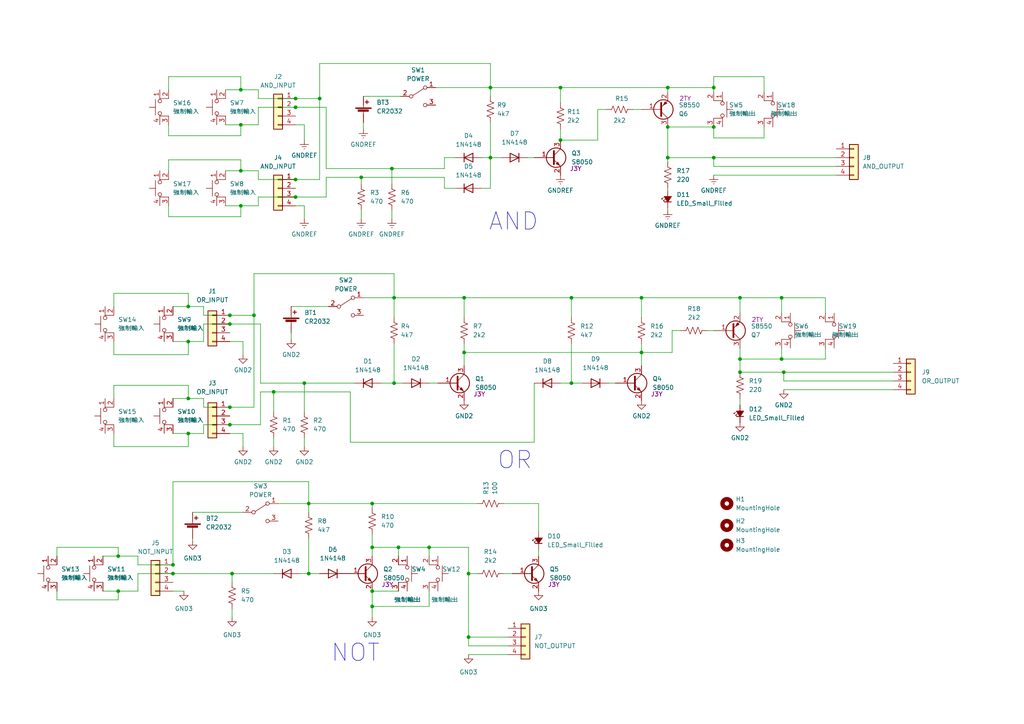
<source format=kicad_sch>
(kicad_sch (version 20211123) (generator eeschema)
  (paper "A4")
  (lib_symbols
    (symbol "Connector_Generic:Conn_01x04" (pin_names (offset 1.016) hide)
      (property "Reference" "J" (at 0 5.08 0))
      (property "Value" "Conn_01x04" (at 0 -7.62 0))
      (symbol "Conn_01x04_1_1"
        (rectangle (start -1.27 -4.953) (end 0 -5.207) (stroke (width 0.1524)))
        (rectangle (start -1.27 -2.413) (end 0 -2.667) (stroke (width 0.1524)))
        (rectangle (start -1.27 0.127) (end 0 -0.127) (stroke (width 0.1524)))
        (rectangle (start -1.27 2.667) (end 0 2.413) (stroke (width 0.1524)))
        (rectangle (start -1.27 3.81) (end 1.27 -6.35) (stroke (width 0.254)) (fill (type background)))
        (pin passive line (at -5.08 2.54 0) (length 3.81) (name "Pin_1") (number "1"))
        (pin passive line (at -5.08 0 0) (length 3.81) (name "Pin_2") (number "2"))
        (pin passive line (at -5.08 -2.54 0) (length 3.81) (name "Pin_3") (number "3"))
        (pin passive line (at -5.08 -5.08 0) (length 3.81) (name "Pin_4") (number "4"))
      )
    )
    (symbol "Device:Battery_Cell" (pin_numbers hide) (pin_names (offset 0) hide)
      (property "Reference" "BT" (at 2.54 2.54 0))
      (property "Value" "Battery_Cell" (at 2.54 0 0))
      (symbol "Battery_Cell_0_1"
        (rectangle (start -2.286 1.778) (end 2.286 1.524) (fill (type outline)))
        (rectangle (start -1.5748 1.1938) (end 1.4732 0.6858) (fill (type outline)))
        (polyline (pts (xy 0 0.762) (xy 0 0)))
        (polyline (pts (xy 0 1.778) (xy 0 2.54)))
        (polyline (pts (xy 0.508 3.429) (xy 1.524 3.429)) (stroke (width 0.254)))
        (polyline (pts (xy 1.016 3.937) (xy 1.016 2.921)) (stroke (width 0.254)))
      )
      (symbol "Battery_Cell_1_1"
        (pin passive line (at 0 5.08 270) (length 2.54) (name "+") (number "1"))
        (pin passive line (at 0 -2.54 90) (length 2.54) (name "-") (number "2"))
      )
    )
    (symbol "Device:LED_Small_Filled" (pin_numbers hide) (pin_names (offset 0.254) hide)
      (property "Reference" "D" (at -1.27 3.175 0))
      (property "Value" "LED_Small_Filled" (at -4.445 -2.54 0))
      (symbol "LED_Small_Filled_0_1"
        (polyline (pts (xy -0.762 -1.016) (xy -0.762 1.016)) (stroke (width 0.254)))
        (polyline (pts (xy 1.016 0) (xy -0.762 0)))
        (polyline (pts (xy 0.762 -1.016) (xy -0.762 0) (xy 0.762 1.016) (xy 0.762 -1.016)) (stroke (width 0.254)) (fill (type outline)))
        (polyline (pts (xy 0 0.762) (xy -0.508 1.27) (xy -0.254 1.27) (xy -0.508 1.27) (xy -0.508 1.016)))
        (polyline (pts (xy 0.508 1.27) (xy 0 1.778) (xy 0.254 1.778) (xy 0 1.778) (xy 0 1.524)))
      )
      (symbol "LED_Small_Filled_1_1"
        (pin passive line (at -2.54 0 0) (length 1.778) (name "K") (number "1"))
        (pin passive line (at 2.54 0 180) (length 1.778) (name "A") (number "2"))
      )
    )
    (symbol "Device:Q_NPN_BEC" (pin_names (offset 0) hide)
      (property "Reference" "Q" (at 5.08 1.27 0))
      (property "Value" "Q_NPN_BEC" (at 5.08 -1.27 0))
      (symbol "Q_NPN_BEC_0_1"
        (polyline (pts (xy 0.635 0.635) (xy 2.54 2.54)))
        (polyline (pts (xy 0.635 -0.635) (xy 2.54 -2.54) (xy 2.54 -2.54)))
        (polyline (pts (xy 0.635 1.905) (xy 0.635 -1.905) (xy 0.635 -1.905)) (stroke (width 0.508)))
        (polyline (pts (xy 1.27 -1.778) (xy 1.778 -1.27) (xy 2.286 -2.286) (xy 1.27 -1.778) (xy 1.27 -1.778)) (fill (type outline)))
        (circle (center 1.27 0) (radius 2.8194) (stroke (width 0.254)))
      )
      (symbol "Q_NPN_BEC_1_1"
        (pin input line (at -5.08 0 0) (length 5.715) (name "B") (number "1"))
        (pin passive line (at 2.54 -5.08 90) (length 2.54) (name "E") (number "2"))
        (pin passive line (at 2.54 5.08 270) (length 2.54) (name "C") (number "3"))
      )
    )
    (symbol "Device:Q_PNP_BEC" (pin_names (offset 0) hide)
      (property "Reference" "Q" (at 5.08 1.27 0))
      (property "Value" "Q_PNP_BEC" (at 5.08 -1.27 0))
      (symbol "Q_PNP_BEC_0_1"
        (polyline (pts (xy 0.635 0.635) (xy 2.54 2.54)))
        (polyline (pts (xy 0.635 -0.635) (xy 2.54 -2.54) (xy 2.54 -2.54)))
        (polyline (pts (xy 0.635 1.905) (xy 0.635 -1.905) (xy 0.635 -1.905)) (stroke (width 0.508)))
        (polyline (pts (xy 2.286 -1.778) (xy 1.778 -2.286) (xy 1.27 -1.27) (xy 2.286 -1.778) (xy 2.286 -1.778)) (fill (type outline)))
        (circle (center 1.27 0) (radius 2.8194) (stroke (width 0.254)))
      )
      (symbol "Q_PNP_BEC_1_1"
        (pin input line (at -5.08 0 0) (length 5.715) (name "B") (number "1"))
        (pin passive line (at 2.54 -5.08 90) (length 2.54) (name "E") (number "2"))
        (pin passive line (at 2.54 5.08 270) (length 2.54) (name "C") (number "3"))
      )
    )
    (symbol "Device:R_US" (pin_numbers hide) (pin_names (offset 0))
      (property "Reference" "R" (at 2.54 0 90))
      (property "Value" "R_US" (at -2.54 0 90))
      (symbol "R_US_0_1"
        (polyline (pts (xy 0 -2.286) (xy 0 -2.54)))
        (polyline (pts (xy 0 2.286) (xy 0 2.54)))
        (polyline (pts (xy 0 -0.762) (xy 1.016 -1.143) (xy 0 -1.524) (xy -1.016 -1.905) (xy 0 -2.286)))
        (polyline (pts (xy 0 0.762) (xy 1.016 0.381) (xy 0 0) (xy -1.016 -0.381) (xy 0 -0.762)))
        (polyline (pts (xy 0 2.286) (xy 1.016 1.905) (xy 0 1.524) (xy -1.016 1.143) (xy 0 0.762)))
      )
      (symbol "R_US_1_1"
        (pin passive line (at 0 3.81 270) (length 1.27) (name "~") (number "1"))
        (pin passive line (at 0 -3.81 90) (length 1.27) (name "~") (number "2"))
      )
    )
    (symbol "Diode:1N4148" (pin_numbers hide) (pin_names (offset 1.016) hide)
      (property "Reference" "D" (at 0 2.54 0))
      (property "Value" "1N4148" (at 0 -2.54 0))
      (symbol "1N4148_0_1"
        (polyline (pts (xy -1.27 1.27) (xy -1.27 -1.27)) (stroke (width 0.254)))
        (polyline (pts (xy 1.27 0) (xy -1.27 0)))
        (polyline (pts (xy 1.27 1.27) (xy 1.27 -1.27) (xy -1.27 0) (xy 1.27 1.27)) (stroke (width 0.254)))
      )
      (symbol "1N4148_1_1"
        (pin passive line (at -3.81 0 0) (length 2.54) (name "K") (number "1"))
        (pin passive line (at 3.81 0 180) (length 2.54) (name "A") (number "2"))
      )
    )
    (symbol "Mechanical:MountingHole" (pin_names (offset 1.016))
      (property "Reference" "H" (at 0 5.08 0))
      (property "Value" "MountingHole" (at 0 3.175 0))
      (symbol "MountingHole_0_1"
        (circle (center 0 0) (radius 1.27) (stroke (width 1.27)))
      )
    )
    (symbol "Switch:SW_MEC_5E" (pin_names (offset 1.016) hide)
      (property "Reference" "SW" (at 0.635 5.715 0))
      (property "Value" "SW_MEC_5E" (at 0 -3.175 0))
      (symbol "SW_MEC_5E_0_1"
        (circle (center -1.778 2.54) (radius 0.508))
        (polyline (pts (xy -2.286 3.81) (xy 2.286 3.81)))
        (polyline (pts (xy 0 3.81) (xy 0 5.588)))
        (polyline (pts (xy -2.54 0) (xy -2.54 2.54) (xy -2.286 2.54)))
        (polyline (pts (xy 2.54 0) (xy 2.54 2.54) (xy 2.286 2.54)))
        (circle (center 1.778 2.54) (radius 0.508))
        (pin passive line (at -5.08 2.54 0) (length 2.54) (name "1") (number "1"))
        (pin passive line (at -5.08 0 0) (length 2.54) (name "2") (number "2"))
        (pin passive line (at 5.08 0 180) (length 2.54) (name "K") (number "3"))
        (pin passive line (at 5.08 2.54 180) (length 2.54) (name "A") (number "4"))
      )
    )
    (symbol "Switch:SW_SPDT" (pin_names (offset 0) hide)
      (property "Reference" "SW" (at 0 4.318 0))
      (property "Value" "SW_SPDT" (at 0 -5.08 0))
      (symbol "SW_SPDT_0_0"
        (circle (center -2.032 0) (radius 0.508))
        (circle (center 2.032 -2.54) (radius 0.508))
      )
      (symbol "SW_SPDT_0_1"
        (polyline (pts (xy -1.524 0.254) (xy 1.651 2.286)))
        (circle (center 2.032 2.54) (radius 0.508))
      )
      (symbol "SW_SPDT_1_1"
        (pin passive line (at 5.08 2.54 180) (length 2.54) (name "A") (number "1"))
        (pin passive line (at -5.08 0 0) (length 2.54) (name "B") (number "2"))
        (pin passive line (at 5.08 -2.54 180) (length 2.54) (name "C") (number "3"))
      )
    )
    (symbol "power:GND2" (power) (pin_names (offset 0))
      (property "Value" "GND2" (at 0 -3.81 0))
      (symbol "GND2_0_1"
        (polyline (pts (xy 0 0) (xy 0 -1.27) (xy 1.27 -1.27) (xy 0 -2.54) (xy -1.27 -1.27) (xy 0 -1.27)))
      )
      (symbol "GND2_1_1"
        (pin power_in line (at 0 0 270) (length 0) hide (name "GND2") (number "1"))
      )
    )
    (symbol "power:GND3" (power) (pin_names (offset 0))
      (property "Value" "GND3" (at 0 -3.81 0))
      (symbol "GND3_0_1"
        (polyline (pts (xy 0 0) (xy 0 -1.27) (xy 1.27 -1.27) (xy 0 -2.54) (xy -1.27 -1.27) (xy 0 -1.27)))
      )
      (symbol "GND3_1_1"
        (pin power_in line (at 0 0 270) (length 0) hide (name "GND3") (number "1"))
      )
    )
    (symbol "power:GNDREF" (power) (pin_names (offset 0))
      (property "Value" "GNDREF" (at 0 -3.81 0))
      (symbol "GNDREF_0_1"
        (polyline (pts (xy -0.635 -1.905) (xy 0.635 -1.905)))
        (polyline (pts (xy -0.127 -2.54) (xy 0.127 -2.54)))
        (polyline (pts (xy 0 -1.27) (xy 0 0)))
        (polyline (pts (xy 1.27 -1.27) (xy -1.27 -1.27)))
      )
      (symbol "GNDREF_1_1"
        (pin power_in line (at 0 0 270) (length 0) hide (name "GNDREF") (number "1"))
      )
    )
  )
  (junction (at 66.675 118.11))
  (junction (at 69.85 49.53))
  (junction (at 66.675 93.98))
  (junction (at 135.89 166.37))
  (junction (at 114.3 111.125))
  (junction (at 214.63 86.36))
  (junction (at 50.165 166.37))
  (junction (at 165.735 111.125))
  (junction (at 85.725 28.575))
  (junction (at 193.675 45.72))
  (junction (at 207.01 36.83))
  (junction (at 54.61 99.06))
  (junction (at 89.535 146.05))
  (junction (at 50.165 163.83))
  (junction (at 92.71 28.575))
  (junction (at 54.61 115.57))
  (junction (at 73.66 91.44))
  (junction (at 54.61 88.9))
  (junction (at 66.675 91.44))
  (junction (at 226.695 86.36))
  (junction (at 67.31 166.37))
  (junction (at 193.675 36.83))
  (junction (at 115.57 158.75))
  (junction (at 85.725 31.115))
  (junction (at 186.055 102.235))
  (junction (at 186.055 86.36))
  (junction (at 107.95 146.05))
  (junction (at 142.24 45.72))
  (junction (at 135.89 184.785))
  (junction (at 162.56 40.64))
  (junction (at 104.775 51.435))
  (junction (at 165.735 86.36))
  (junction (at 66.675 123.19))
  (junction (at 69.85 59.69))
  (junction (at 85.725 52.07))
  (junction (at 69.85 26.035))
  (junction (at 107.95 175.895))
  (junction (at 85.725 57.15))
  (junction (at 124.46 158.75))
  (junction (at 107.95 171.45))
  (junction (at 226.695 104.14))
  (junction (at 34.29 171.45))
  (junction (at 214.63 104.14))
  (junction (at 162.56 25.4))
  (junction (at 54.61 125.73))
  (junction (at 207.01 25.4))
  (junction (at 89.535 166.37))
  (junction (at 69.85 36.195))
  (junction (at 114.3 86.36))
  (junction (at 113.665 48.895))
  (junction (at 34.29 161.29))
  (junction (at 134.62 102.235))
  (junction (at 88.265 111.125))
  (junction (at 214.63 107.95))
  (junction (at 79.375 113.665))
  (junction (at 193.675 25.4))
  (junction (at 134.62 86.36))
  (junction (at 142.24 25.4))
  (junction (at 107.95 158.75))
  (junction (at 227.33 107.95))
  (junction (at 207.01 45.72))
  (wire (pts (xy 134.62 102.235) (xy 134.62 106.045)))
  (wire (pts (xy 48.895 39.37) (xy 69.85 39.37)))
  (wire (pts (xy 79.375 127) (xy 79.375 129.54)))
  (wire (pts (xy 33.02 85.09) (xy 54.61 85.09)))
  (wire (pts (xy 34.29 173.99) (xy 34.29 171.45)))
  (wire (pts (xy 29.845 161.29) (xy 34.29 161.29)))
  (wire (pts (xy 193.675 36.83) (xy 193.675 45.72)))
  (wire (pts (xy 134.62 102.235) (xy 186.055 102.235)))
  (wire (pts (xy 142.24 35.56) (xy 142.24 45.72)))
  (wire (pts (xy 227.33 107.95) (xy 259.08 107.95)))
  (wire (pts (xy 59.055 125.73) (xy 59.055 123.19)))
  (wire (pts (xy 193.675 36.83) (xy 207.01 36.83)))
  (wire (pts (xy 134.62 86.36) (xy 165.735 86.36)))
  (wire (pts (xy 110.49 111.125) (xy 114.3 111.125)))
  (wire (pts (xy 105.41 86.36) (xy 114.3 86.36)))
  (wire (pts (xy 40.005 163.83) (xy 50.165 163.83)))
  (wire (pts (xy 193.675 26.67) (xy 193.675 25.4)))
  (wire (pts (xy 175.895 31.75) (xy 173.355 31.75)))
  (wire (pts (xy 214.63 107.95) (xy 227.33 107.95)))
  (wire (pts (xy 48.895 46.355) (xy 69.85 46.355)))
  (wire (pts (xy 165.735 111.125) (xy 168.91 111.125)))
  (wire (pts (xy 69.85 39.37) (xy 69.85 36.195)))
  (wire (pts (xy 89.535 139.7) (xy 89.535 146.05)))
  (wire (pts (xy 34.29 158.75) (xy 34.29 161.29)))
  (wire (pts (xy 135.89 189.865) (xy 147.32 189.865)))
  (wire (pts (xy 85.725 31.115) (xy 94.615 31.115)))
  (wire (pts (xy 75.565 113.665) (xy 75.565 123.19)))
  (wire (pts (xy 107.95 171.45) (xy 115.57 171.45)))
  (wire (pts (xy 113.665 48.895) (xy 94.615 48.895)))
  (wire (pts (xy 154.94 128.27) (xy 101.6 128.27)))
  (wire (pts (xy 114.3 86.36) (xy 134.62 86.36)))
  (wire (pts (xy 104.775 60.96) (xy 104.775 63.5)))
  (wire (pts (xy 66.675 118.11) (xy 73.66 118.11)))
  (wire (pts (xy 92.71 18.415) (xy 92.71 28.575)))
  (wire (pts (xy 29.845 171.45) (xy 34.29 171.45)))
  (wire (pts (xy 69.85 22.225) (xy 69.85 26.035)))
  (wire (pts (xy 142.24 54.61) (xy 142.24 45.72)))
  (wire (pts (xy 94.615 48.895) (xy 94.615 31.115)))
  (wire (pts (xy 165.735 99.695) (xy 165.735 111.125)))
  (wire (pts (xy 194.945 102.235) (xy 194.945 95.885)))
  (wire (pts (xy 226.695 100.965) (xy 226.695 104.14)))
  (wire (pts (xy 214.63 107.95) (xy 214.63 104.14)))
  (wire (pts (xy 48.895 49.53) (xy 48.895 46.355)))
  (wire (pts (xy 156.21 146.05) (xy 146.05 146.05)))
  (wire (pts (xy 69.85 36.195) (xy 74.93 36.195)))
  (wire (pts (xy 135.89 158.75) (xy 124.46 158.75)))
  (wire (pts (xy 88.265 63.5) (xy 88.265 59.69)))
  (wire (pts (xy 114.3 99.695) (xy 114.3 111.125)))
  (wire (pts (xy 89.535 146.05) (xy 107.95 146.05)))
  (wire (pts (xy 128.905 51.435) (xy 128.905 54.61)))
  (wire (pts (xy 84.455 88.9) (xy 95.25 88.9)))
  (wire (pts (xy 221.615 22.225) (xy 207.01 22.225)))
  (wire (pts (xy 73.66 91.44) (xy 73.66 79.375)))
  (wire (pts (xy 69.85 46.355) (xy 69.85 49.53)))
  (wire (pts (xy 59.055 99.06) (xy 59.055 93.98)))
  (wire (pts (xy 33.02 102.87) (xy 54.61 102.87)))
  (wire (pts (xy 80.645 146.05) (xy 89.535 146.05)))
  (wire (pts (xy 107.95 179.07) (xy 107.95 175.895)))
  (wire (pts (xy 50.165 139.7) (xy 89.535 139.7)))
  (wire (pts (xy 59.055 118.11) (xy 66.675 118.11)))
  (wire (pts (xy 79.375 113.665) (xy 101.6 113.665)))
  (wire (pts (xy 126.365 25.4) (xy 142.24 25.4)))
  (wire (pts (xy 59.055 123.19) (xy 66.675 123.19)))
  (wire (pts (xy 85.725 57.15) (xy 94.615 57.15)))
  (wire (pts (xy 34.29 171.45) (xy 40.005 171.45)))
  (wire (pts (xy 54.61 102.87) (xy 54.61 99.06)))
  (wire (pts (xy 207.01 25.4) (xy 207.01 26.67)))
  (wire (pts (xy 114.3 79.375) (xy 114.3 86.36)))
  (wire (pts (xy 142.24 45.72) (xy 145.415 45.72)))
  (wire (pts (xy 105.41 37.465) (xy 105.41 35.56)))
  (wire (pts (xy 221.615 26.67) (xy 221.615 22.225)))
  (wire (pts (xy 173.355 31.75) (xy 173.355 40.64)))
  (wire (pts (xy 50.165 125.73) (xy 54.61 125.73)))
  (wire (pts (xy 53.34 171.45) (xy 50.165 171.45)))
  (wire (pts (xy 193.675 25.4) (xy 207.01 25.4)))
  (wire (pts (xy 221.615 40.005) (xy 207.01 40.005)))
  (wire (pts (xy 156.21 159.385) (xy 156.21 161.29)))
  (wire (pts (xy 165.735 86.36) (xy 186.055 86.36)))
  (wire (pts (xy 113.665 60.96) (xy 113.665 63.5)))
  (wire (pts (xy 16.51 161.29) (xy 16.51 158.75)))
  (wire (pts (xy 194.945 102.235) (xy 186.055 102.235)))
  (wire (pts (xy 33.02 125.73) (xy 33.02 129.54)))
  (wire (pts (xy 88.265 127) (xy 88.265 129.54)))
  (wire (pts (xy 186.055 92.075) (xy 186.055 86.36)))
  (wire (pts (xy 50.165 99.06) (xy 54.61 99.06)))
  (wire (pts (xy 73.66 79.375) (xy 114.3 79.375)))
  (wire (pts (xy 142.24 18.415) (xy 92.71 18.415)))
  (wire (pts (xy 85.725 59.69) (xy 88.265 59.69)))
  (wire (pts (xy 156.21 146.05) (xy 156.21 154.305)))
  (wire (pts (xy 48.895 62.865) (xy 69.85 62.865)))
  (wire (pts (xy 85.725 28.575) (xy 92.71 28.575)))
  (wire (pts (xy 239.395 86.36) (xy 226.695 86.36)))
  (wire (pts (xy 162.56 37.465) (xy 162.56 40.64)))
  (wire (pts (xy 54.61 99.06) (xy 59.055 99.06)))
  (wire (pts (xy 66.675 125.73) (xy 70.485 125.73)))
  (wire (pts (xy 69.85 26.035) (xy 74.93 26.035)))
  (wire (pts (xy 113.665 48.895) (xy 113.665 53.34)))
  (wire (pts (xy 142.24 25.4) (xy 142.24 27.94)))
  (wire (pts (xy 107.95 146.05) (xy 138.43 146.05)))
  (wire (pts (xy 101.6 128.27) (xy 101.6 113.665)))
  (wire (pts (xy 207.01 45.72) (xy 242.57 45.72)))
  (wire (pts (xy 66.675 99.06) (xy 70.485 99.06)))
  (wire (pts (xy 114.3 111.125) (xy 116.84 111.125)))
  (wire (pts (xy 94.615 51.435) (xy 104.775 51.435)))
  (wire (pts (xy 186.055 86.36) (xy 214.63 86.36)))
  (wire (pts (xy 147.32 187.325) (xy 135.89 187.325)))
  (wire (pts (xy 85.725 36.195) (xy 88.265 36.195)))
  (wire (pts (xy 50.165 166.37) (xy 67.31 166.37)))
  (wire (pts (xy 105.41 27.94) (xy 116.205 27.94)))
  (wire (pts (xy 142.24 25.4) (xy 142.24 18.415)))
  (wire (pts (xy 59.055 115.57) (xy 59.055 118.11)))
  (wire (pts (xy 205.105 95.885) (xy 207.01 95.885)))
  (wire (pts (xy 193.675 45.72) (xy 193.675 46.99)))
  (wire (pts (xy 165.735 111.125) (xy 162.56 111.125)))
  (wire (pts (xy 89.535 146.05) (xy 89.535 148.59)))
  (wire (pts (xy 107.95 154.94) (xy 107.95 158.75)))
  (wire (pts (xy 173.355 40.64) (xy 162.56 40.64)))
  (wire (pts (xy 75.565 111.125) (xy 75.565 93.98)))
  (wire (pts (xy 48.895 22.225) (xy 69.85 22.225)))
  (wire (pts (xy 75.565 111.125) (xy 88.265 111.125)))
  (wire (pts (xy 40.005 161.29) (xy 40.005 163.83)))
  (wire (pts (xy 54.61 125.73) (xy 59.055 125.73)))
  (wire (pts (xy 221.615 36.83) (xy 221.615 40.005)))
  (wire (pts (xy 75.565 113.665) (xy 79.375 113.665)))
  (wire (pts (xy 214.63 104.14) (xy 214.63 100.965)))
  (wire (pts (xy 89.535 166.37) (xy 86.995 166.37)))
  (wire (pts (xy 154.94 111.125) (xy 154.94 128.27)))
  (wire (pts (xy 89.535 166.37) (xy 92.71 166.37)))
  (wire (pts (xy 70.485 129.54) (xy 70.485 125.73)))
  (wire (pts (xy 54.61 111.76) (xy 54.61 115.57)))
  (wire (pts (xy 65.405 26.035) (xy 69.85 26.035)))
  (wire (pts (xy 124.46 111.125) (xy 127 111.125)))
  (wire (pts (xy 207.01 40.005) (xy 207.01 36.83)))
  (wire (pts (xy 40.005 171.45) (xy 40.005 166.37)))
  (wire (pts (xy 135.89 166.37) (xy 135.89 184.785)))
  (wire (pts (xy 69.85 62.865) (xy 69.85 59.69)))
  (wire (pts (xy 193.675 60.325) (xy 193.675 60.96)))
  (wire (pts (xy 227.33 110.49) (xy 227.33 107.95)))
  (wire (pts (xy 115.57 158.75) (xy 107.95 158.75)))
  (wire (pts (xy 16.51 171.45) (xy 16.51 173.99)))
  (wire (pts (xy 65.405 49.53) (xy 69.85 49.53)))
  (wire (pts (xy 92.71 52.07) (xy 92.71 28.575)))
  (wire (pts (xy 193.675 25.4) (xy 162.56 25.4)))
  (wire (pts (xy 75.565 123.19) (xy 66.675 123.19)))
  (wire (pts (xy 226.695 104.14) (xy 214.63 104.14)))
  (wire (pts (xy 66.675 91.44) (xy 73.66 91.44)))
  (wire (pts (xy 59.055 93.98) (xy 66.675 93.98)))
  (wire (pts (xy 115.57 158.75) (xy 115.57 161.29)))
  (wire (pts (xy 59.055 88.9) (xy 59.055 91.44)))
  (wire (pts (xy 186.055 102.235) (xy 186.055 106.045)))
  (wire (pts (xy 124.46 175.895) (xy 107.95 175.895)))
  (wire (pts (xy 88.265 111.125) (xy 88.265 119.38)))
  (wire (pts (xy 194.945 95.885) (xy 197.485 95.885)))
  (wire (pts (xy 69.85 49.53) (xy 74.93 49.53)))
  (wire (pts (xy 128.905 54.61) (xy 132.08 54.61)))
  (wire (pts (xy 74.93 57.15) (xy 85.725 57.15)))
  (wire (pts (xy 107.95 158.75) (xy 107.95 161.29)))
  (wire (pts (xy 135.89 184.785) (xy 147.32 184.785)))
  (wire (pts (xy 139.7 54.61) (xy 142.24 54.61)))
  (wire (pts (xy 207.01 50.8) (xy 242.57 50.8)))
  (wire (pts (xy 59.055 91.44) (xy 66.675 91.44)))
  (wire (pts (xy 48.895 59.69) (xy 48.895 62.865)))
  (wire (pts (xy 162.56 25.4) (xy 162.56 29.845)))
  (wire (pts (xy 33.02 111.76) (xy 54.61 111.76)))
  (wire (pts (xy 67.31 176.53) (xy 67.31 179.07)))
  (wire (pts (xy 186.055 99.695) (xy 186.055 102.235)))
  (wire (pts (xy 142.24 25.4) (xy 162.56 25.4)))
  (wire (pts (xy 176.53 111.125) (xy 178.435 111.125)))
  (wire (pts (xy 33.02 115.57) (xy 33.02 111.76)))
  (wire (pts (xy 74.93 28.575) (xy 85.725 28.575)))
  (wire (pts (xy 134.62 86.36) (xy 134.62 92.075)))
  (wire (pts (xy 88.265 111.125) (xy 102.87 111.125)))
  (wire (pts (xy 242.57 48.26) (xy 207.01 48.26)))
  (wire (pts (xy 69.85 59.69) (xy 74.93 59.69)))
  (wire (pts (xy 50.165 88.9) (xy 54.61 88.9)))
  (wire (pts (xy 259.08 110.49) (xy 227.33 110.49)))
  (wire (pts (xy 75.565 93.98) (xy 66.675 93.98)))
  (wire (pts (xy 40.005 166.37) (xy 50.165 166.37)))
  (wire (pts (xy 48.895 26.035) (xy 48.895 22.225)))
  (wire (pts (xy 88.265 36.195) (xy 88.265 40.64)))
  (wire (pts (xy 33.02 99.06) (xy 33.02 102.87)))
  (wire (pts (xy 226.695 90.805) (xy 226.695 86.36)))
  (wire (pts (xy 48.895 36.195) (xy 48.895 39.37)))
  (wire (pts (xy 85.725 52.07) (xy 92.71 52.07)))
  (wire (pts (xy 104.775 51.435) (xy 104.775 53.34)))
  (wire (pts (xy 54.61 115.57) (xy 59.055 115.57)))
  (wire (pts (xy 124.46 171.45) (xy 124.46 175.895)))
  (wire (pts (xy 33.02 129.54) (xy 54.61 129.54)))
  (wire (pts (xy 50.165 115.57) (xy 54.61 115.57)))
  (wire (pts (xy 73.66 118.11) (xy 73.66 91.44)))
  (wire (pts (xy 128.905 45.72) (xy 128.905 48.895)))
  (wire (pts (xy 239.395 104.14) (xy 226.695 104.14)))
  (wire (pts (xy 54.61 88.9) (xy 59.055 88.9)))
  (wire (pts (xy 55.88 156.845) (xy 55.88 156.21)))
  (wire (pts (xy 165.735 86.36) (xy 165.735 92.075)))
  (wire (pts (xy 138.43 166.37) (xy 135.89 166.37)))
  (wire (pts (xy 74.93 26.035) (xy 74.93 28.575)))
  (wire (pts (xy 16.51 173.99) (xy 34.29 173.99)))
  (wire (pts (xy 94.615 51.435) (xy 94.615 57.15)))
  (wire (pts (xy 259.08 113.03) (xy 227.33 113.03)))
  (wire (pts (xy 16.51 158.75) (xy 34.29 158.75)))
  (wire (pts (xy 74.93 36.195) (xy 74.93 31.115)))
  (wire (pts (xy 135.89 187.325) (xy 135.89 184.785)))
  (wire (pts (xy 226.695 86.36) (xy 214.63 86.36)))
  (wire (pts (xy 65.405 36.195) (xy 69.85 36.195)))
  (wire (pts (xy 74.93 59.69) (xy 74.93 57.15)))
  (wire (pts (xy 239.395 90.805) (xy 239.395 86.36)))
  (wire (pts (xy 107.95 175.895) (xy 107.95 171.45)))
  (wire (pts (xy 207.01 48.26) (xy 207.01 45.72)))
  (wire (pts (xy 207.01 22.225) (xy 207.01 25.4)))
  (wire (pts (xy 54.61 85.09) (xy 54.61 88.9)))
  (wire (pts (xy 193.675 45.72) (xy 207.01 45.72)))
  (wire (pts (xy 67.31 168.91) (xy 67.31 166.37)))
  (wire (pts (xy 50.165 163.83) (xy 50.165 139.7)))
  (wire (pts (xy 124.46 158.75) (xy 124.46 161.29)))
  (wire (pts (xy 34.29 161.29) (xy 40.005 161.29)))
  (wire (pts (xy 239.395 100.965) (xy 239.395 104.14)))
  (wire (pts (xy 33.02 88.9) (xy 33.02 85.09)))
  (wire (pts (xy 124.46 158.75) (xy 115.57 158.75)))
  (wire (pts (xy 70.485 102.87) (xy 70.485 99.06)))
  (wire (pts (xy 135.89 166.37) (xy 135.89 158.75)))
  (wire (pts (xy 132.08 45.72) (xy 128.905 45.72)))
  (wire (pts (xy 79.375 113.665) (xy 79.375 119.38)))
  (wire (pts (xy 142.24 45.72) (xy 139.7 45.72)))
  (wire (pts (xy 114.3 86.36) (xy 114.3 92.075)))
  (wire (pts (xy 107.95 147.32) (xy 107.95 146.05)))
  (wire (pts (xy 146.05 166.37) (xy 148.59 166.37)))
  (wire (pts (xy 74.93 31.115) (xy 85.725 31.115)))
  (wire (pts (xy 193.675 54.61) (xy 193.675 55.245)))
  (wire (pts (xy 54.61 129.54) (xy 54.61 125.73)))
  (wire (pts (xy 89.535 156.21) (xy 89.535 166.37)))
  (wire (pts (xy 74.93 49.53) (xy 74.93 52.07)))
  (wire (pts (xy 183.515 31.75) (xy 186.055 31.75)))
  (wire (pts (xy 153.035 45.72) (xy 154.94 45.72)))
  (wire (pts (xy 104.775 51.435) (xy 128.905 51.435)))
  (wire (pts (xy 55.88 148.59) (xy 70.485 148.59)))
  (wire (pts (xy 65.405 59.69) (xy 69.85 59.69)))
  (wire (pts (xy 214.63 86.36) (xy 214.63 90.805)))
  (wire (pts (xy 84.455 98.425) (xy 84.455 96.52)))
  (wire (pts (xy 67.31 166.37) (xy 79.375 166.37)))
  (wire (pts (xy 128.905 48.895) (xy 113.665 48.895)))
  (wire (pts (xy 214.63 115.57) (xy 214.63 117.475)))
  (wire (pts (xy 134.62 99.695) (xy 134.62 102.235)))
  (wire (pts (xy 74.93 52.07) (xy 85.725 52.07)))
  (text "OR" (at 144.145 136.525 0) (effects (font (size 5 5)) (justify left bottom)))
  (text "NOT" (at 95.885 192.405 0) (effects (font (size 5 5)) (justify left bottom)))
  (text "AND" (at 141.605 67.31 0) (effects (font (size 5 5)) (justify left bottom)))
  (symbol (lib_id "power:GND3") (at 67.31 179.07 0) (unit 1)
    (property "Reference" "#PWR0103" (effects hide))
    (property "Value" "GND3" (at 67.31 184.15 0))
  )
  (symbol (lib_id "Diode:1N4148") (at 106.68 111.125 0) (unit 1)
    (property "Reference" "D1" (at 106.68 104.775 0))
    (property "Value" "1N4148" (at 106.68 107.315 0))
    (property "Footprint" "Diode_SMD:D_1210_3225Metric_Pad1.42x2.65mm_HandSolder" (effects hide))
    (property "Datasheet" "https://assets.nexperia.com/documents/data-sheet/1N4148_1N4448.pdf" (effects hide))
  )
  (symbol (lib_id "Switch:SW_MEC_5E") (at 29.845 166.37 90) (mirror x) (unit 1)
    (property "Reference" "SW11" (at 31.115 165.0999 90) (effects (justify right)))
    (property "Value" "強制輸入" (at 31.115 167.6399 90) (effects (justify right)))
    (property "Footprint" "library:skrp" (effects hide))
    (property "Datasheet" "http://www.apem.com/int/index.php?controller=attachment&id_attachment=1371" (effects hide))
  )
  (symbol (lib_id "Switch:SW_SPDT") (at 100.33 88.9 0) (unit 1)
    (property "Reference" "SW2" (at 100.33 81.28 0))
    (property "Value" "POWER" (at 100.33 83.82 0))
    (property "Footprint" "library:MK12C02" (effects hide))
  )
  (symbol (lib_id "Connector_Generic:Conn_01x04") (at 61.595 120.65 0) (mirror y) (unit 1)
    (property "Reference" "J3" (at 61.595 111.125 0))
    (property "Value" "OR_INPUT" (at 61.595 113.665 0))
    (property "Footprint" "Connector_PinHeader_2.54mm:PinHeader_1x04_P2.54mm_Vertical" (effects hide))
  )
  (symbol (lib_id "Switch:SW_MEC_5E") (at 221.615 31.75 270) (unit 1)
    (property "Reference" "SW18" (at 225.425 30.4799 90) (effects (justify left)))
    (property "Value" "強制輸出" (at 223.52 33.02 90) (effects (justify left)))
    (property "Footprint" "library:skqg" (effects hide))
    (property "Datasheet" "http://www.apem.com/int/index.php?controller=attachment&id_attachment=1371" (effects hide))
  )
  (symbol (lib_id "Switch:SW_SPDT") (at 121.285 27.94 0) (unit 1)
    (property "Reference" "SW1" (at 121.285 20.32 0))
    (property "Value" "POWER" (at 121.285 22.86 0))
    (property "Footprint" "library:MK12C02" (effects hide))
  )
  (symbol (lib_id "Device:R_US") (at 201.295 95.885 90) (unit 1)
    (property "Reference" "R18" (at 201.295 89.535 90))
    (property "Value" "2k2" (at 201.295 92.075 90))
    (property "Footprint" "Resistor_SMD:R_0805_2012Metric_Pad1.20x1.40mm_HandSolder" (effects hide))
  )
  (symbol (lib_id "Device:Q_NPN_BEC") (at 183.515 111.125 0) (unit 1)
    (property "Reference" "Q4" (at 189.23 109.8549 0) (effects (justify left)))
    (property "Value" "S8050" (at 189.23 112.3949 0) (effects (justify left)))
    (property "Footprint" "Package_TO_SOT_SMD:SOT-23" (effects hide))
    (property "Field4" "J3Y" (at 190.5 114.3 0))
  )
  (symbol (lib_id "Device:R_US") (at 186.055 95.885 0) (unit 1)
    (property "Reference" "R16" (at 188.595 94.6149 0) (effects (justify left)))
    (property "Value" "2k2" (at 188.595 97.1549 0) (effects (justify left)))
    (property "Footprint" "Resistor_SMD:R_0805_2012Metric_Pad1.20x1.40mm_HandSolder" (effects hide))
  )
  (symbol (lib_id "Switch:SW_MEC_5E") (at 50.165 120.65 90) (mirror x) (unit 1)
    (property "Reference" "SW10" (at 51.435 119.3799 90) (effects (justify right)))
    (property "Value" "強制輸入" (at 51.435 121.9199 90) (effects (justify right)))
    (property "Footprint" "library:skrp" (effects hide))
    (property "Datasheet" "http://www.apem.com/int/index.php?controller=attachment&id_attachment=1371" (effects hide))
  )
  (symbol (lib_id "Device:R_US") (at 114.3 95.885 0) (unit 1)
    (property "Reference" "R4" (at 116.205 94.6149 0) (effects (justify left)))
    (property "Value" "4k7" (at 116.205 97.1549 0) (effects (justify left)))
    (property "Footprint" "Resistor_SMD:R_0805_2012Metric_Pad1.20x1.40mm_HandSolder" (effects hide))
  )
  (symbol (lib_id "power:GND2") (at 79.375 129.54 0) (unit 1)
    (property "Reference" "#PWR0108" (effects hide))
    (property "Value" "GND2" (at 79.375 133.985 0))
  )
  (symbol (lib_id "power:GND2") (at 70.485 102.87 0) (unit 1)
    (property "Reference" "#PWR0112" (effects hide))
    (property "Value" "GND2" (at 70.485 107.315 0))
  )
  (symbol (lib_id "Diode:1N4148") (at 120.65 111.125 180) (unit 1)
    (property "Reference" "D2" (at 120.65 104.14 0))
    (property "Value" "1N4148" (at 120.65 106.68 0))
    (property "Footprint" "Diode_SMD:D_1210_3225Metric_Pad1.42x2.65mm_HandSolder" (effects hide))
    (property "Datasheet" "https://assets.nexperia.com/documents/data-sheet/1N4148_1N4448.pdf" (effects hide))
  )
  (symbol (lib_id "Device:R_US") (at 88.265 123.19 0) (unit 1)
    (property "Reference" "R2" (at 90.805 121.9199 0) (effects (justify left)))
    (property "Value" "470" (at 90.805 124.4599 0) (effects (justify left)))
    (property "Footprint" "Resistor_SMD:R_0805_2012Metric_Pad1.20x1.40mm_HandSolder" (effects hide))
  )
  (symbol (lib_id "Mechanical:MountingHole") (at 210.82 152.4 0) (unit 1)
    (property "Reference" "H2" (at 213.36 151.1299 0) (effects (justify left)))
    (property "Value" "MountingHole" (at 213.36 153.6699 0) (effects (justify left)))
    (property "Footprint" "MountingHole:MountingHole_2.2mm_M2" (effects hide))
  )
  (symbol (lib_id "Device:R_US") (at 79.375 123.19 0) (unit 1)
    (property "Reference" "R1" (at 81.915 121.9199 0) (effects (justify left)))
    (property "Value" "470" (at 81.915 124.4599 0) (effects (justify left)))
    (property "Footprint" "Resistor_SMD:R_0805_2012Metric_Pad1.20x1.40mm_HandSolder" (effects hide))
  )
  (symbol (lib_id "Diode:1N4148") (at 135.89 54.61 0) (unit 1)
    (property "Reference" "D5" (at 135.89 48.26 0))
    (property "Value" "1N4148" (at 135.89 50.8 0))
    (property "Footprint" "Diode_SMD:D_1210_3225Metric_Pad1.42x2.65mm_HandSolder" (effects hide))
    (property "Datasheet" "https://assets.nexperia.com/documents/data-sheet/1N4148_1N4448.pdf" (effects hide))
  )
  (symbol (lib_id "Device:LED_Small_Filled") (at 214.63 120.015 90) (unit 1)
    (property "Reference" "D12" (at 217.17 118.6814 90) (effects (justify right)))
    (property "Value" "LED_Small_Filled" (at 217.17 121.2214 90) (effects (justify right)))
    (property "Footprint" "LED_THT:LED_D3.0mm_Clear" (effects hide))
  )
  (symbol (lib_id "Device:R_US") (at 142.24 146.05 90) (unit 1)
    (property "Reference" "R13" (at 140.9699 143.51 0) (effects (justify left)))
    (property "Value" "100" (at 143.5099 143.51 0) (effects (justify left)))
    (property "Footprint" "Resistor_SMD:R_0805_2012Metric_Pad1.20x1.40mm_HandSolder" (effects hide))
  )
  (symbol (lib_id "power:GNDREF") (at 207.01 50.8 0) (unit 1)
    (property "Reference" "#PWR019" (effects hide))
    (property "Value" "GNDREF" (at 207.01 55.245 0))
  )
  (symbol (lib_id "Switch:SW_MEC_5E") (at 239.395 95.885 270) (unit 1)
    (property "Reference" "SW19" (at 243.205 94.6149 90) (effects (justify left)))
    (property "Value" "強制輸出" (at 241.3 97.155 90) (effects (justify left)))
    (property "Footprint" "library:skqg" (effects hide))
    (property "Datasheet" "http://www.apem.com/int/index.php?controller=attachment&id_attachment=1371" (effects hide))
  )
  (symbol (lib_id "Mechanical:MountingHole") (at 210.82 158.115 0) (unit 1)
    (property "Reference" "H3" (at 213.36 156.8449 0) (effects (justify left)))
    (property "Value" "MountingHole" (at 213.36 159.3849 0) (effects (justify left)))
    (property "Footprint" "MountingHole:MountingHole_2.2mm_M2" (effects hide))
  )
  (symbol (lib_id "power:GND2") (at 88.265 129.54 0) (unit 1)
    (property "Reference" "#PWR0109" (effects hide))
    (property "Value" "GND2" (at 88.265 133.985 0))
  )
  (symbol (lib_id "Switch:SW_MEC_5E") (at 48.895 31.115 90) (mirror x) (unit 1)
    (property "Reference" "SW16" (at 50.165 29.8449 90) (effects (justify right)))
    (property "Value" "強制輸入" (at 50.165 32.3849 90) (effects (justify right)))
    (property "Footprint" "library:skqg" (effects hide))
    (property "Datasheet" "http://www.apem.com/int/index.php?controller=attachment&id_attachment=1371" (effects hide))
  )
  (symbol (lib_id "Device:Q_PNP_BEC") (at 212.09 95.885 0) (mirror x) (unit 1)
    (property "Reference" "Q7" (at 217.805 97.1551 0) (effects (justify left)))
    (property "Value" "S8550" (at 217.805 94.6151 0) (effects (justify left)))
    (property "Footprint" "Package_TO_SOT_SMD:SOT-23" (effects hide))
    (property "Field4" "2TY" (at 219.71 92.71 0))
  )
  (symbol (lib_id "Switch:SW_MEC_5E") (at 33.02 93.98 90) (mirror x) (unit 1)
    (property "Reference" "SW14" (at 34.29 92.7099 90) (effects (justify right)))
    (property "Value" "強制輸入" (at 34.29 95.2499 90) (effects (justify right)))
    (property "Footprint" "library:skqg" (effects hide))
    (property "Datasheet" "http://www.apem.com/int/index.php?controller=attachment&id_attachment=1371" (effects hide))
  )
  (symbol (lib_id "Switch:SW_MEC_5E") (at 65.405 54.61 90) (mirror x) (unit 1)
    (property "Reference" "SW8" (at 66.675 53.3399 90) (effects (justify right)))
    (property "Value" "強制輸入" (at 66.675 55.8799 90) (effects (justify right)))
    (property "Footprint" "library:skrp" (effects hide))
    (property "Datasheet" "http://www.apem.com/int/index.php?controller=attachment&id_attachment=1371" (effects hide))
  )
  (symbol (lib_id "power:GND3") (at 55.88 156.845 0) (unit 1)
    (property "Reference" "#PWR0102" (effects hide))
    (property "Value" "GND3" (at 55.88 161.925 0))
  )
  (symbol (lib_id "power:GNDREF") (at 104.775 63.5 0) (unit 1)
    (property "Reference" "#PWR08" (effects hide))
    (property "Value" "GNDREF" (at 104.775 67.945 0))
  )
  (symbol (lib_id "Device:Q_NPN_BEC") (at 160.02 45.72 0) (unit 1)
    (property "Reference" "Q3" (at 165.735 44.4499 0) (effects (justify left)))
    (property "Value" "S8050" (at 165.735 46.9899 0) (effects (justify left)))
    (property "Footprint" "Package_TO_SOT_SMD:SOT-23" (effects hide))
    (property "Field4" "J3Y" (at 167.005 48.895 0))
  )
  (symbol (lib_id "Switch:SW_MEC_5E") (at 48.895 54.61 90) (mirror x) (unit 1)
    (property "Reference" "SW17" (at 50.165 53.3399 90) (effects (justify right)))
    (property "Value" "強制輸入" (at 50.165 55.8799 90) (effects (justify right)))
    (property "Footprint" "library:skqg" (effects hide))
    (property "Datasheet" "http://www.apem.com/int/index.php?controller=attachment&id_attachment=1371" (effects hide))
  )
  (symbol (lib_id "Connector_Generic:Conn_01x04") (at 80.645 31.115 0) (mirror y) (unit 1)
    (property "Reference" "J2" (at 80.645 22.225 0))
    (property "Value" "AND_INPUT" (at 80.645 24.765 0))
    (property "Footprint" "Connector_PinHeader_2.54mm:PinHeader_1x04_P2.54mm_Vertical" (effects hide))
  )
  (symbol (lib_id "Device:LED_Small_Filled") (at 193.675 57.785 90) (unit 1)
    (property "Reference" "D11" (at 196.215 56.4514 90) (effects (justify right)))
    (property "Value" "LED_Small_Filled" (at 196.215 58.9914 90) (effects (justify right)))
    (property "Footprint" "LED_THT:LED_D3.0mm_Clear" (effects hide))
  )
  (symbol (lib_id "power:GNDREF") (at 105.41 37.465 0) (unit 1)
    (property "Reference" "#PWR011" (effects hide))
    (property "Value" "GNDREF" (at 105.41 41.91 0))
  )
  (symbol (lib_id "Device:Battery_Cell") (at 84.455 93.98 0) (unit 1)
    (property "Reference" "BT1" (at 88.265 90.6779 0) (effects (justify left)))
    (property "Value" "CR2032" (at 88.265 93.2179 0) (effects (justify left)))
    (property "Footprint" "Battery:BatteryHolder_Keystone_3002_1x2032" (effects hide))
  )
  (symbol (lib_id "Connector_Generic:Conn_01x04") (at 152.4 184.785 0) (unit 1)
    (property "Reference" "J7" (at 154.94 184.7849 0) (effects (justify left)))
    (property "Value" "NOT_OUTPUT" (at 154.94 187.3249 0) (effects (justify left)))
    (property "Footprint" "Connector_PinHeader_2.54mm:PinHeader_1x04_P2.54mm_Vertical" (effects hide))
  )
  (symbol (lib_id "Connector_Generic:Conn_01x04") (at 264.16 107.95 0) (unit 1)
    (property "Reference" "J9" (at 267.335 107.9499 0) (effects (justify left)))
    (property "Value" "OR_OUTPUT" (at 267.335 110.4899 0) (effects (justify left)))
    (property "Footprint" "Connector_PinHeader_2.54mm:PinHeader_1x04_P2.54mm_Vertical" (effects hide))
  )
  (symbol (lib_id "power:GND3") (at 156.21 171.45 0) (unit 1)
    (property "Reference" "#PWR0114" (effects hide))
    (property "Value" "GND3" (at 156.21 176.53 0))
  )
  (symbol (lib_id "power:GND2") (at 84.455 98.425 0) (unit 1)
    (property "Reference" "#PWR0111" (effects hide))
    (property "Value" "GND2" (at 84.455 102.87 0))
  )
  (symbol (lib_id "Diode:1N4148") (at 172.72 111.125 180) (unit 1)
    (property "Reference" "D9" (at 172.72 104.14 0))
    (property "Value" "1N4148" (at 172.72 106.68 0))
    (property "Footprint" "Diode_SMD:D_1210_3225Metric_Pad1.42x2.65mm_HandSolder" (effects hide))
    (property "Datasheet" "https://assets.nexperia.com/documents/data-sheet/1N4148_1N4448.pdf" (effects hide))
  )
  (symbol (lib_id "Switch:SW_MEC_5E") (at 115.57 166.37 270) (unit 1)
    (property "Reference" "SW4" (at 119.38 165.0999 90) (effects (justify left)))
    (property "Value" "強制輸出" (at 114.3 173.99 90) (effects (justify left)))
    (property "Footprint" "library:skrp" (effects hide))
    (property "Datasheet" "http://www.apem.com/int/index.php?controller=attachment&id_attachment=1371" (effects hide))
  )
  (symbol (lib_id "Device:R_US") (at 193.675 50.8 0) (unit 1)
    (property "Reference" "R17" (at 196.215 49.5299 0) (effects (justify left)))
    (property "Value" "220" (at 196.215 52.0699 0) (effects (justify left)))
    (property "Footprint" "Resistor_SMD:R_0805_2012Metric_Pad1.20x1.40mm_HandSolder" (effects hide))
  )
  (symbol (lib_id "power:GNDREF") (at 113.665 63.5 0) (unit 1)
    (property "Reference" "#PWR010" (effects hide))
    (property "Value" "GNDREF" (at 113.665 67.945 0))
  )
  (symbol (lib_id "Device:Battery_Cell") (at 55.88 153.67 0) (unit 1)
    (property "Reference" "BT2" (at 59.69 150.3679 0) (effects (justify left)))
    (property "Value" "CR2032" (at 59.69 152.9079 0) (effects (justify left)))
    (property "Footprint" "Battery:BatteryHolder_Keystone_3002_1x2032" (effects hide))
  )
  (symbol (lib_id "power:GNDREF") (at 88.265 63.5 0) (unit 1)
    (property "Reference" "#PWR04" (effects hide))
    (property "Value" "GNDREF" (at 88.265 67.945 0))
  )
  (symbol (lib_id "power:GND2") (at 134.62 116.205 0) (unit 1)
    (property "Reference" "#PWR0115" (effects hide))
    (property "Value" "GND2" (at 134.62 120.65 0))
  )
  (symbol (lib_id "Device:R_US") (at 214.63 111.76 0) (unit 1)
    (property "Reference" "R19" (at 217.17 110.4899 0) (effects (justify left)))
    (property "Value" "220" (at 217.17 113.0299 0) (effects (justify left)))
    (property "Footprint" "Resistor_SMD:R_0805_2012Metric_Pad1.20x1.40mm_HandSolder" (effects hide))
  )
  (symbol (lib_id "Device:R_US") (at 142.24 166.37 90) (unit 1)
    (property "Reference" "R14" (at 142.24 160.02 90))
    (property "Value" "2k2" (at 142.24 162.56 90))
    (property "Footprint" "Resistor_SMD:R_0805_2012Metric_Pad1.20x1.40mm_HandSolder" (effects hide))
  )
  (symbol (lib_id "Diode:1N4148") (at 158.75 111.125 0) (unit 1)
    (property "Reference" "D8" (at 158.75 104.775 0))
    (property "Value" "1N4148" (at 158.75 107.315 0))
    (property "Footprint" "Diode_SMD:D_1210_3225Metric_Pad1.42x2.65mm_HandSolder" (effects hide))
    (property "Datasheet" "https://assets.nexperia.com/documents/data-sheet/1N4148_1N4448.pdf" (effects hide))
  )
  (symbol (lib_id "Device:Q_NPN_BEC") (at 105.41 166.37 0) (unit 1)
    (property "Reference" "Q2" (at 111.125 165.0999 0) (effects (justify left)))
    (property "Value" "S8050" (at 111.125 167.6399 0) (effects (justify left)))
    (property "Footprint" "Package_TO_SOT_SMD:SOT-23" (effects hide))
    (property "Field4" "J3Y" (at 112.395 169.545 0))
  )
  (symbol (lib_id "Device:Q_PNP_BEC") (at 191.135 31.75 0) (mirror x) (unit 1)
    (property "Reference" "Q6" (at 196.85 33.0201 0) (effects (justify left)))
    (property "Value" "S8550" (at 196.85 30.4801 0) (effects (justify left)))
    (property "Footprint" "Package_TO_SOT_SMD:SOT-23" (effects hide))
    (property "Field4" "2TY" (at 198.755 28.575 0))
  )
  (symbol (lib_id "Diode:1N4148") (at 135.89 45.72 0) (unit 1)
    (property "Reference" "D4" (at 135.89 39.37 0))
    (property "Value" "1N4148" (at 135.89 41.91 0))
    (property "Footprint" "Diode_SMD:D_1210_3225Metric_Pad1.42x2.65mm_HandSolder" (effects hide))
    (property "Datasheet" "https://assets.nexperia.com/documents/data-sheet/1N4148_1N4448.pdf" (effects hide))
  )
  (symbol (lib_id "Device:R_US") (at 104.775 57.15 0) (unit 1)
    (property "Reference" "R3" (at 107.315 55.8799 0) (effects (justify left)))
    (property "Value" "470" (at 107.315 58.4199 0) (effects (justify left)))
    (property "Footprint" "Resistor_SMD:R_0805_2012Metric_Pad1.20x1.40mm_HandSolder" (effects hide))
  )
  (symbol (lib_id "Device:R_US") (at 107.95 151.13 0) (unit 1)
    (property "Reference" "R10" (at 110.49 149.8599 0) (effects (justify left)))
    (property "Value" "470" (at 110.49 152.3999 0) (effects (justify left)))
    (property "Footprint" "Resistor_SMD:R_0805_2012Metric_Pad1.20x1.40mm_HandSolder" (effects hide))
  )
  (symbol (lib_id "Switch:SW_MEC_5E") (at 16.51 166.37 90) (mirror x) (unit 1)
    (property "Reference" "SW13" (at 17.78 165.0999 90) (effects (justify right)))
    (property "Value" "強制輸入" (at 17.78 167.6399 90) (effects (justify right)))
    (property "Footprint" "library:skqg" (effects hide))
    (property "Datasheet" "http://www.apem.com/int/index.php?controller=attachment&id_attachment=1371" (effects hide))
  )
  (symbol (lib_id "Connector_Generic:Conn_01x04") (at 247.65 45.72 0) (unit 1)
    (property "Reference" "J8" (at 250.19 45.7199 0) (effects (justify left)))
    (property "Value" "AND_OUTPUT" (at 250.19 48.2599 0) (effects (justify left)))
    (property "Footprint" "Connector_PinHeader_2.54mm:PinHeader_1x04_P2.54mm_Vertical" (effects hide))
  )
  (symbol (lib_id "power:GND3") (at 107.95 179.07 0) (unit 1)
    (property "Reference" "#PWR0104" (effects hide))
    (property "Value" "GND3" (at 107.95 184.15 0))
  )
  (symbol (lib_id "Switch:SW_MEC_5E") (at 226.695 95.885 270) (unit 1)
    (property "Reference" "SW6" (at 230.505 94.6149 90) (effects (justify left)))
    (property "Value" "強制輸出" (at 230.505 97.1549 90) (effects (justify left)))
    (property "Footprint" "library:skrp" (effects hide))
    (property "Datasheet" "http://www.apem.com/int/index.php?controller=attachment&id_attachment=1371" (effects hide))
  )
  (symbol (lib_id "Device:Q_NPN_BEC") (at 153.67 166.37 0) (unit 1)
    (property "Reference" "Q5" (at 159.385 165.0999 0) (effects (justify left)))
    (property "Value" "S8050" (at 159.385 167.6399 0) (effects (justify left)))
    (property "Footprint" "Package_TO_SOT_SMD:SOT-23" (effects hide))
    (property "Field4" "J3Y" (at 160.655 169.545 0))
  )
  (symbol (lib_id "Device:R_US") (at 162.56 33.655 180) (unit 1)
    (property "Reference" "R11" (at 164.465 32.3849 0) (effects (justify right)))
    (property "Value" "2k2" (at 164.465 34.9249 0) (effects (justify right)))
    (property "Footprint" "Resistor_SMD:R_0805_2012Metric_Pad1.20x1.40mm_HandSolder" (effects hide))
  )
  (symbol (lib_id "Diode:1N4148") (at 83.185 166.37 0) (unit 1)
    (property "Reference" "D3" (at 83.185 160.02 0))
    (property "Value" "1N4148" (at 83.185 162.56 0))
    (property "Footprint" "Diode_SMD:D_1210_3225Metric_Pad1.42x2.65mm_HandSolder" (effects hide))
    (property "Datasheet" "https://assets.nexperia.com/documents/data-sheet/1N4148_1N4448.pdf" (effects hide))
  )
  (symbol (lib_id "power:GND2") (at 70.485 129.54 0) (unit 1)
    (property "Reference" "#PWR0110" (effects hide))
    (property "Value" "GND2" (at 70.485 133.985 0))
  )
  (symbol (lib_id "power:GNDREF") (at 88.265 40.64 0) (unit 1)
    (property "Reference" "#PWR023" (effects hide))
    (property "Value" "GNDREF" (at 88.265 45.085 0))
  )
  (symbol (lib_id "Switch:SW_MEC_5E") (at 65.405 31.115 90) (mirror x) (unit 1)
    (property "Reference" "SW7" (at 66.675 29.8449 90) (effects (justify right)))
    (property "Value" "強制輸入" (at 66.675 32.3849 90) (effects (justify right)))
    (property "Footprint" "library:skrp" (effects hide))
    (property "Datasheet" "http://www.apem.com/int/index.php?controller=attachment&id_attachment=1371" (effects hide))
  )
  (symbol (lib_id "power:GNDREF") (at 193.675 60.96 0) (unit 1)
    (property "Reference" "#PWR018" (effects hide))
    (property "Value" "GNDREF" (at 193.675 65.405 0))
  )
  (symbol (lib_id "Device:Battery_Cell") (at 105.41 33.02 0) (unit 1)
    (property "Reference" "BT3" (at 109.22 29.7179 0) (effects (justify left)))
    (property "Value" "CR2032" (at 109.22 32.2579 0) (effects (justify left)))
    (property "Footprint" "Battery:BatteryHolder_Keystone_3002_1x2032" (effects hide))
  )
  (symbol (lib_id "power:GND2") (at 186.055 116.205 0) (unit 1)
    (property "Reference" "#PWR0113" (effects hide))
    (property "Value" "GND2" (at 186.055 120.65 0))
  )
  (symbol (lib_id "Switch:SW_MEC_5E") (at 207.01 31.75 270) (unit 1)
    (property "Reference" "SW5" (at 211.455 30.4799 90) (effects (justify left)))
    (property "Value" "強制輸出" (at 211.455 33.0199 90) (effects (justify left)))
    (property "Footprint" "library:skrp" (effects hide))
    (property "Datasheet" "http://www.apem.com/int/index.php?controller=attachment&id_attachment=1371" (effects hide))
  )
  (symbol (lib_id "Device:R_US") (at 113.665 57.15 0) (unit 1)
    (property "Reference" "R6" (at 116.205 55.8799 0) (effects (justify left)))
    (property "Value" "470" (at 116.205 58.4199 0) (effects (justify left)))
    (property "Footprint" "Resistor_SMD:R_0805_2012Metric_Pad1.20x1.40mm_HandSolder" (effects hide))
  )
  (symbol (lib_id "power:GND2") (at 214.63 122.555 0) (unit 1)
    (property "Reference" "#PWR0106" (effects hide))
    (property "Value" "GND2" (at 214.63 127 0))
  )
  (symbol (lib_id "Device:R_US") (at 142.24 31.75 0) (unit 1)
    (property "Reference" "R9" (at 144.145 30.4799 0) (effects (justify left)))
    (property "Value" "4k7" (at 144.145 33.0199 0) (effects (justify left)))
    (property "Footprint" "Resistor_SMD:R_0805_2012Metric_Pad1.20x1.40mm_HandSolder" (effects hide))
  )
  (symbol (lib_id "Switch:SW_MEC_5E") (at 33.02 120.65 90) (mirror x) (unit 1)
    (property "Reference" "SW15" (at 34.29 119.3799 90) (effects (justify right)))
    (property "Value" "強制輸入" (at 34.29 121.9199 90) (effects (justify right)))
    (property "Footprint" "library:skqg" (effects hide))
    (property "Datasheet" "http://www.apem.com/int/index.php?controller=attachment&id_attachment=1371" (effects hide))
  )
  (symbol (lib_id "power:GND3") (at 135.89 189.865 0) (unit 1)
    (property "Reference" "#PWR0105" (effects hide))
    (property "Value" "GND3" (at 135.89 194.945 0))
  )
  (symbol (lib_id "Diode:1N4148") (at 96.52 166.37 180) (unit 1)
    (property "Reference" "D6" (at 96.52 159.385 0))
    (property "Value" "1N4148" (at 96.52 161.925 0))
    (property "Footprint" "Diode_SMD:D_1210_3225Metric_Pad1.42x2.65mm_HandSolder" (effects hide))
    (property "Datasheet" "https://assets.nexperia.com/documents/data-sheet/1N4148_1N4448.pdf" (effects hide))
  )
  (symbol (lib_id "power:GND3") (at 53.34 171.45 0) (unit 1)
    (property "Reference" "#PWR0101" (effects hide))
    (property "Value" "GND3" (at 53.34 176.53 0))
  )
  (symbol (lib_id "Device:R_US") (at 134.62 95.885 0) (unit 1)
    (property "Reference" "R7" (at 137.16 94.6149 0) (effects (justify left)))
    (property "Value" "2k2" (at 137.16 97.1549 0) (effects (justify left)))
    (property "Footprint" "Resistor_SMD:R_0805_2012Metric_Pad1.20x1.40mm_HandSolder" (effects hide))
  )
  (symbol (lib_id "power:GND2") (at 227.33 113.03 0) (unit 1)
    (property "Reference" "#PWR0107" (effects hide))
    (property "Value" "GND2" (at 227.33 117.475 0))
  )
  (symbol (lib_id "Switch:SW_MEC_5E") (at 124.46 166.37 270) (unit 1)
    (property "Reference" "SW12" (at 128.27 165.0999 90) (effects (justify left)))
    (property "Value" "強制輸出" (at 125.095 173.99 90) (effects (justify left)))
    (property "Footprint" "library:skqg" (effects hide))
    (property "Datasheet" "http://www.apem.com/int/index.php?controller=attachment&id_attachment=1371" (effects hide))
  )
  (symbol (lib_id "Device:Q_NPN_BEC") (at 132.08 111.125 0) (unit 1)
    (property "Reference" "Q1" (at 137.795 109.8549 0) (effects (justify left)))
    (property "Value" "S8050" (at 137.795 112.3949 0) (effects (justify left)))
    (property "Footprint" "Package_TO_SOT_SMD:SOT-23" (effects hide))
    (property "Field4" "J3Y" (at 139.065 114.3 0))
  )
  (symbol (lib_id "Switch:SW_SPDT") (at 75.565 148.59 0) (unit 1)
    (property "Reference" "SW3" (at 75.565 140.97 0))
    (property "Value" "POWER" (at 75.565 143.51 0))
    (property "Footprint" "library:MK12C02" (effects hide))
  )
  (symbol (lib_id "Connector_Generic:Conn_01x04") (at 61.595 93.98 0) (mirror y) (unit 1)
    (property "Reference" "J1" (at 61.595 84.455 0))
    (property "Value" "OR_INPUT" (at 61.595 86.995 0))
    (property "Footprint" "Connector_PinHeader_2.54mm:PinHeader_1x04_P2.54mm_Vertical" (effects hide))
  )
  (symbol (lib_id "power:GNDREF") (at 162.56 50.8 0) (unit 1)
    (property "Reference" "#PWR014" (effects hide))
    (property "Value" "GNDREF" (at 162.56 55.245 0))
  )
  (symbol (lib_id "Device:R_US") (at 89.535 152.4 0) (unit 1)
    (property "Reference" "R8" (at 92.075 151.1299 0) (effects (justify left)))
    (property "Value" "4k7" (at 92.075 153.6699 0) (effects (justify left)))
    (property "Footprint" "Resistor_SMD:R_0805_2012Metric_Pad1.20x1.40mm_HandSolder" (effects hide))
  )
  (symbol (lib_id "Connector_Generic:Conn_01x04") (at 45.085 166.37 0) (mirror y) (unit 1)
    (property "Reference" "J5" (at 45.085 157.48 0))
    (property "Value" "NOT_INPUT" (at 45.085 160.02 0))
    (property "Footprint" "Connector_PinHeader_2.54mm:PinHeader_1x04_P2.54mm_Vertical" (effects hide))
  )
  (symbol (lib_id "Device:R_US") (at 179.705 31.75 90) (unit 1)
    (property "Reference" "R15" (at 180.34 28.575 90))
    (property "Value" "2k2" (at 179.705 34.925 90))
    (property "Footprint" "Resistor_SMD:R_0805_2012Metric_Pad1.20x1.40mm_HandSolder" (effects hide))
  )
  (symbol (lib_id "Device:R_US") (at 67.31 172.72 0) (unit 1)
    (property "Reference" "R5" (at 69.85 171.4499 0) (effects (justify left)))
    (property "Value" "470" (at 69.85 173.9899 0) (effects (justify left)))
    (property "Footprint" "Resistor_SMD:R_0805_2012Metric_Pad1.20x1.40mm_HandSolder" (effects hide))
  )
  (symbol (lib_id "Mechanical:MountingHole") (at 210.82 146.05 0) (unit 1)
    (property "Reference" "H1" (at 213.36 144.7799 0) (effects (justify left)))
    (property "Value" "MountingHole" (at 213.36 147.3199 0) (effects (justify left)))
    (property "Footprint" "MountingHole:MountingHole_2.2mm_M2" (effects hide))
  )
  (symbol (lib_id "Switch:SW_MEC_5E") (at 50.165 93.98 90) (mirror x) (unit 1)
    (property "Reference" "SW9" (at 51.435 92.7099 90) (effects (justify right)))
    (property "Value" "強制輸入" (at 51.435 95.2499 90) (effects (justify right)))
    (property "Footprint" "library:skrp" (effects hide))
    (property "Datasheet" "http://www.apem.com/int/index.php?controller=attachment&id_attachment=1371" (effects hide))
  )
  (symbol (lib_id "Connector_Generic:Conn_01x04") (at 80.645 54.61 0) (mirror y) (unit 1)
    (property "Reference" "J4" (at 80.645 45.72 0))
    (property "Value" "AND_INPUT" (at 80.645 48.26 0))
    (property "Footprint" "Connector_PinHeader_2.54mm:PinHeader_1x04_P2.54mm_Vertical" (effects hide))
  )
  (symbol (lib_id "Device:R_US") (at 165.735 95.885 0) (unit 1)
    (property "Reference" "R12" (at 168.275 94.6149 0) (effects (justify left)))
    (property "Value" "4k7" (at 168.275 97.1549 0) (effects (justify left)))
    (property "Footprint" "Resistor_SMD:R_0805_2012Metric_Pad1.20x1.40mm_HandSolder" (effects hide))
  )
  (symbol (lib_id "Device:LED_Small_Filled") (at 156.21 156.845 90) (unit 1)
    (property "Reference" "D10" (at 158.75 155.5114 90) (effects (justify right)))
    (property "Value" "LED_Small_Filled" (at 158.75 158.0514 90) (effects (justify right)))
    (property "Footprint" "LED_THT:LED_D3.0mm_Clear" (effects hide))
  )
  (symbol (lib_id "Diode:1N4148") (at 149.225 45.72 180) (unit 1)
    (property "Reference" "D7" (at 149.225 38.735 0))
    (property "Value" "1N4148" (at 149.225 41.275 0))
    (property "Footprint" "Diode_SMD:D_1210_3225Metric_Pad1.42x2.65mm_HandSolder" (effects hide))
    (property "Datasheet" "https://assets.nexperia.com/documents/data-sheet/1N4148_1N4448.pdf" (effects hide))
  )
)
</source>
